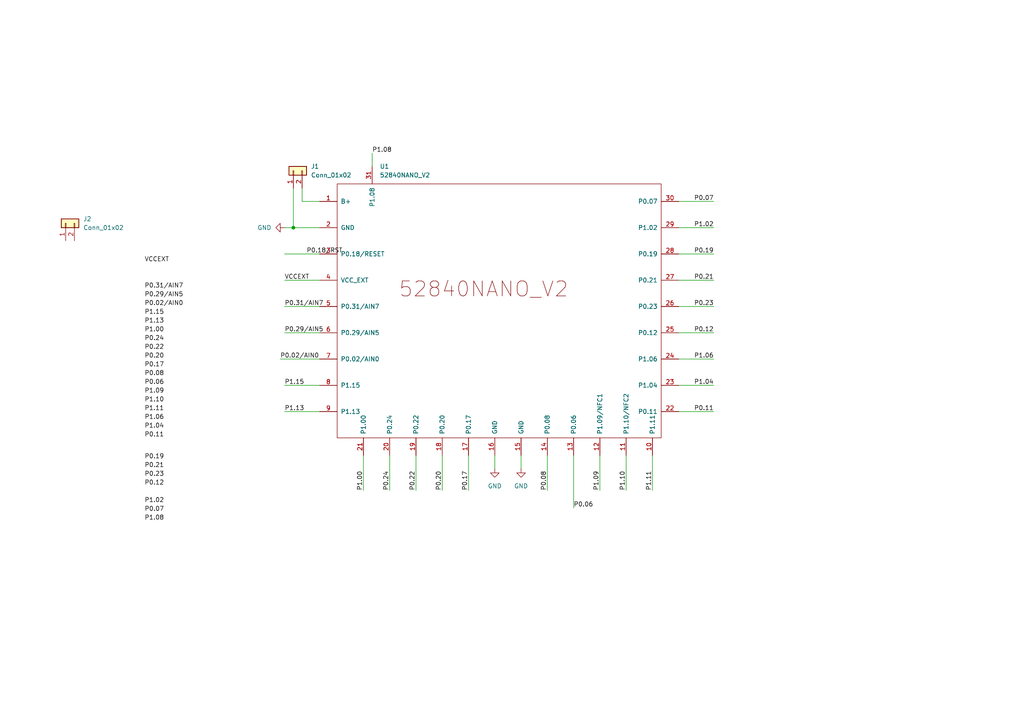
<source format=kicad_sch>
(kicad_sch (version 20230121) (generator eeschema)
  (paper "A4")
  (lib_symbols
    (symbol "Connector_Generic:Conn_01x02" (pin_names (offset 1.016) hide)
      (property "Reference" "J" (at 0 2.54 0))
      (property "Value" "Conn_01x02" (at 0 -5.08 0))
      (symbol "Conn_01x02_1_1"
        (rectangle (start -1.27 -2.413) (end 0 -2.667) (stroke (width 0.1524)))
        (rectangle (start -1.27 0.127) (end 0 -0.127) (stroke (width 0.1524)))
        (rectangle (start -1.27 1.27) (end 1.27 -3.81) (stroke (width 0.254)) (fill (type background)))
        (pin passive line (at -5.08 0 0) (length 3.81) (name "Pin_1") (number "1"))
        (pin passive line (at -5.08 -2.54 0) (length 3.81) (name "Pin_2") (number "2"))
      )
    )
    (symbol "kicad_lceda:52840NANO_V2" (pin_names (offset 1.016))
      (property "Reference" "U" (at 0 74.168 0))
      (property "Value" "52840NANO_V2" (at 0 79.248 0))
      (symbol "52840NANO_V2_1_1"
        (rectangle (start -25.4 66.04) (end 68.58 -7.62) (stroke (width 0.1524)))
        (text "52840NANO_V2" (at -7.62 35.56 0) (effects (font (size 4.3434 4.3434)) (justify left)))
        (pin input line (at -30.48 60.96 0) (length 5.08) (name "B+") (number "1"))
        (pin input line (at 66.04 -12.7 90) (length 5.08) (name "P1.11") (number "10"))
        (pin input line (at 58.42 -12.7 90) (length 5.08) (name "P1.10/NFC2") (number "11"))
        (pin input line (at 50.8 -12.7 90) (length 5.08) (name "P1.09/NFC1") (number "12"))
        (pin input line (at 43.18 -12.7 90) (length 5.08) (name "P0.06") (number "13"))
        (pin input line (at 35.56 -12.7 90) (length 5.08) (name "P0.08") (number "14"))
        (pin input line (at 27.94 -12.7 90) (length 5.08) (name "GND") (number "15"))
        (pin input line (at 20.32 -12.7 90) (length 5.08) (name "GND") (number "16"))
        (pin input line (at 12.7 -12.7 90) (length 5.08) (name "P0.17") (number "17"))
        (pin input line (at 5.08 -12.7 90) (length 5.08) (name "P0.20") (number "18"))
        (pin input line (at -2.54 -12.7 90) (length 5.08) (name "P0.22") (number "19"))
        (pin input line (at -30.48 53.34 0) (length 5.08) (name "GND") (number "2"))
        (pin input line (at -10.16 -12.7 90) (length 5.08) (name "P0.24") (number "20"))
        (pin input line (at -17.78 -12.7 90) (length 5.08) (name "P1.00") (number "21"))
        (pin input line (at 73.66 0 180) (length 5.08) (name "P0.11") (number "22"))
        (pin input line (at 73.66 7.62 180) (length 5.08) (name "P1.04") (number "23"))
        (pin input line (at 73.66 15.24 180) (length 5.08) (name "P1.06") (number "24"))
        (pin input line (at 73.66 22.86 180) (length 5.08) (name "P0.12") (number "25"))
        (pin input line (at 73.66 30.48 180) (length 5.08) (name "P0.23") (number "26"))
        (pin input line (at 73.66 38.1 180) (length 5.08) (name "P0.21") (number "27"))
        (pin input line (at 73.66 45.72 180) (length 5.08) (name "P0.19") (number "28"))
        (pin input line (at 73.66 53.34 180) (length 5.08) (name "P1.02") (number "29"))
        (pin input line (at -30.48 45.72 0) (length 5.08) (name "P0.18/RESET") (number "3"))
        (pin input line (at 73.66 60.96 180) (length 5.08) (name "P0.07") (number "30"))
        (pin input line (at -15.24 71.12 270) (length 5.08) (name "P1.08") (number "31"))
        (pin input line (at -30.48 38.1 0) (length 5.08) (name "VCC_EXT") (number "4"))
        (pin input line (at -30.48 30.48 0) (length 5.08) (name "P0.31/AIN7") (number "5"))
        (pin input line (at -30.48 22.86 0) (length 5.08) (name "P0.29/AIN5") (number "6"))
        (pin input line (at -30.48 15.24 0) (length 5.08) (name "P0.02/AIN0") (number "7"))
        (pin input line (at -30.48 7.62 0) (length 5.08) (name "P1.15") (number "8"))
        (pin input line (at -30.48 0 0) (length 5.08) (name "P1.13") (number "9"))
      )
    )
    (symbol "power:GND" (power) (pin_names (offset 0))
      (property "Value" "GND" (at 0 -3.81 0))
      (symbol "GND_0_1"
        (polyline (pts (xy 0 0) (xy 0 -1.27) (xy 1.27 -1.27) (xy 0 -2.54) (xy -1.27 -1.27) (xy 0 -1.27)))
      )
      (symbol "GND_1_1"
        (pin power_in line (at 0 0 270) (length 0) hide (name "GND") (number "1"))
      )
    )
  )
  (junction (at 85.09 66.04))
  (wire (pts (xy 166.37 147.32) (xy 166.37 132.08)))
  (wire (pts (xy 82.55 88.9) (xy 92.71 88.9)))
  (wire (pts (xy 82.55 119.38) (xy 92.71 119.38)))
  (wire (pts (xy 207.01 88.9) (xy 196.85 88.9)))
  (wire (pts (xy 207.01 111.76) (xy 196.85 111.76)))
  (wire (pts (xy 87.63 58.42) (xy 92.71 58.42)))
  (wire (pts (xy 85.09 54.61) (xy 85.09 66.04)))
  (wire (pts (xy 120.65 142.24) (xy 120.65 132.08)))
  (wire (pts (xy 207.01 66.04) (xy 196.85 66.04)))
  (wire (pts (xy 135.89 142.24) (xy 135.89 132.08)))
  (wire (pts (xy 207.01 104.14) (xy 196.85 104.14)))
  (wire (pts (xy 81.28 104.14) (xy 92.71 104.14)))
  (wire (pts (xy 207.01 58.42) (xy 196.85 58.42)))
  (wire (pts (xy 207.01 73.66) (xy 196.85 73.66)))
  (wire (pts (xy 128.27 142.24) (xy 128.27 132.08)))
  (wire (pts (xy 87.63 54.61) (xy 87.63 58.42)))
  (wire (pts (xy 82.55 81.28) (xy 92.71 81.28)))
  (wire (pts (xy 105.41 142.24) (xy 105.41 132.08)))
  (wire (pts (xy 82.55 111.76) (xy 92.71 111.76)))
  (wire (pts (xy 82.55 96.52) (xy 92.71 96.52)))
  (wire (pts (xy 207.01 81.28) (xy 196.85 81.28)))
  (wire (pts (xy 173.99 142.24) (xy 173.99 132.08)))
  (wire (pts (xy 189.23 142.24) (xy 189.23 132.08)))
  (wire (pts (xy 82.55 73.66) (xy 92.71 73.66)))
  (wire (pts (xy 207.01 119.38) (xy 196.85 119.38)))
  (wire (pts (xy 181.61 142.24) (xy 181.61 132.08)))
  (wire (pts (xy 143.51 135.89) (xy 143.51 132.08)))
  (wire (pts (xy 207.01 96.52) (xy 196.85 96.52)))
  (wire (pts (xy 158.75 142.24) (xy 158.75 132.08)))
  (wire (pts (xy 151.13 135.89) (xy 151.13 132.08)))
  (wire (pts (xy 85.09 66.04) (xy 92.71 66.04)))
  (wire (pts (xy 113.03 142.24) (xy 113.03 132.08)))
  (wire (pts (xy 107.95 44.45) (xy 107.95 48.26)))
  (wire (pts (xy 82.55 66.04) (xy 85.09 66.04)))
  (text "const uint32_t g_ADigitalPinMap[] =\n{\n  // D0 .. D13\n  25,  // D0  is P0.25 (UART TX)\n  24,  // D1  is P0.24 (UART RX \n  10,  // D2  is P0.10 (NFC2)\n  47,  // D3  is P1.15 (LED1)\n  42,  // D4  is P1.10 (LED2)\n  40,  // D5  is P1.08\n   7,  // D6  is P0.07\n  34,  // D7  is P1.02 (Button)\n  16,  // D8  is P0.16 (NeoPixel)\n  26,  // D9  is P0.26\n  27,  // D10 is P0.27\n   6,  // D11 is P0.06\n   8,  // D12 is P0.08\n  41,  // D13 is P1.09\n\n  // D14 .. D21 (aka A0 .. A7)\n   4,  // D14 is P0.04 (A0)\n   5,  // D15 is P0.05 (A1)\n  30,  // D16 is P0.30 (A2)\n  28,  // D17 is P0.28 (A3)\n   2,  // D18 is P0.02 (A4)\n   3,  // D19 is P0.03 (A5)\n  29,  // D20 is P0.29 (A6, Battery)\n  31,  // D21 is P0.31 (A7, ARef)\n\n  // D22 .. D23 (aka I2C pins)\n  12,  // D22 is P0.12 (SDA)\n  11,  // D23 is P0.11 (SCL)\n\n  // D24 .. D26 (aka SPI pins)\n  15,  // D24 is P0.15 (SPI MISO)\n  13,  // D25 is P0.13 (SPI MOSI)\n  14,  // D26 is P0.14 (SPI SCK )\n\n  // QSPI pins (not exposed via any header / test point)\n  19,  // D27 is P0.19 (QSPI CLK)\n  20,  // D28 is P0.20 (QSPI CS)\n  17,  // D29 is P0.17 (QSPI Data 0)\n  22,  // D30 is P0.22 (QSPI Data 1)\n  23,  // D31 is P0.23 (QSPI Data 2)\n  21,  // D32 is P0.21 (QSPI Data 3) " (at -60.96 161.29 0) (effects (font (size 1.27 1.27)) (justify left bottom)))
  (label "P0.21" (at 41.91 135.89 0))
  (label "P0.21" (at 207.01 81.28 180))
  (label "P0.02{slash}AIN0" (at 81.28 104.14 0))
  (label "P1.09" (at 173.99 142.24 90))
  (label "P1.11" (at 41.91 119.38 0))
  (label "P1.02" (at 41.91 146.05 0))
  (label "P1.04" (at 207.01 111.76 180))
  (label "P1.00" (at 105.41 142.24 90))
  (label "P1.13" (at 41.91 93.98 0))
  (label "P0.23" (at 41.91 138.43 0))
  (label "P1.15" (at 82.55 111.76 0))
  (label "P1.13" (at 82.55 119.38 0))
  (label "P0.23" (at 207.01 88.9 180))
  (label "P1.08" (at 107.95 44.45 0))
  (label "P0.08" (at 158.75 142.24 90))
  (label "P0.17" (at 135.89 142.24 90))
  (label "P0.29{slash}AIN5" (at 41.91 86.36 0))
  (label "P0.20" (at 128.27 142.24 90))
  (label "P0.02{slash}AIN0" (at 41.91 88.9 0))
  (label "P0.24" (at 113.03 142.24 90))
  (label "P1.04" (at 41.91 124.46 0))
  (label "P0.19" (at 41.91 133.35 0))
  (label "P0.24" (at 41.91 99.06 0))
  (label "P1.00" (at 41.91 96.52 0))
  (label "VCCEXT" (at 41.91 76.2 0))
  (label "P0.07" (at 41.91 148.59 0))
  (label "P1.09" (at 41.91 114.3 0))
  (label "P0.12" (at 41.91 140.97 0))
  (label "VCCEXT" (at 82.55 81.28 0))
  (label "P0.08" (at 41.91 109.22 0))
  (label "P0.11" (at 41.91 127 0))
  (label "P0.18{slash}RST" (at 88.9 73.66 0))
  (label "P1.11" (at 189.23 142.24 90))
  (label "P0.17" (at 41.91 106.68 0))
  (label "P0.31{slash}AIN7" (at 41.91 83.82 0))
  (label "P0.31{slash}AIN7" (at 82.55 88.9 0))
  (label "P1.15" (at 41.91 91.44 0))
  (label "P1.08" (at 41.91 151.13 0))
  (label "P0.22" (at 120.65 142.24 90))
  (label "P0.06" (at 166.37 147.32 0))
  (label "P1.02" (at 207.01 66.04 180))
  (label "P1.06" (at 207.01 104.14 180))
  (label "P0.12" (at 207.01 96.52 180))
  (label "P0.22" (at 41.91 101.6 0))
  (label "P0.20" (at 41.91 104.14 0))
  (label "P1.06" (at 41.91 121.92 0))
  (label "P1.10" (at 41.91 116.84 0))
  (label "P0.29{slash}AIN5" (at 82.55 96.52 0))
  (label "P0.07" (at 207.01 58.42 180))
  (label "P0.11" (at 207.01 119.38 180))
  (label "P0.19" (at 207.01 73.66 180))
  (label "P0.06" (at 41.91 111.76 0))
  (label "P1.10" (at 181.61 142.24 90))
  (symbol (lib_id "Connector_Generic:Conn_01x02") (at 19.05 64.77 90) (unit 1)
    (property "Reference" "J2" (at 24.13 63.5 90) (effects (justify right)))
    (property "Value" "Conn_01x02" (at 24.13 66.04 90) (effects (justify right)))
    (property "Footprint" "Connector_JST:JST_XH_B2B-XH-A_1x02_P2.50mm_Vertical" (effects hide))
  )
  (symbol (lib_id "power:GND") (at 151.13 135.89 0) (unit 1)
    (property "Reference" "#PWR03" (effects hide))
    (property "Value" "GND" (at 151.13 140.97 0))
  )
  (symbol (lib_id "power:GND") (at 143.51 135.89 0) (unit 1)
    (property "Reference" "#PWR02" (effects hide))
    (property "Value" "GND" (at 143.51 140.97 0))
  )
  (symbol (lib_id "Connector_Generic:Conn_01x02") (at 85.09 49.53 90) (unit 1)
    (property "Reference" "J1" (at 90.17 48.26 90) (effects (justify right)))
    (property "Value" "Conn_01x02" (at 90.17 50.8 90) (effects (justify right)))
    (property "Footprint" "Connector_JST:JST_XH_B2B-XH-A_1x02_P2.50mm_Vertical" (effects hide))
  )
  (symbol (lib_id "kicad_lceda:52840NANO_V2") (at 123.19 119.38 0) (unit 1)
    (property "Reference" "U1" (at 110.1441 48.26 0) (effects (justify left)))
    (property "Value" "52840NANO_V2" (at 110.1441 50.8 0) (effects (justify left)))
    (property "Footprint" "kicad_lceda:52840NANO_V2" (effects hide))
    (property "uuid" "std:f6e094e107e5423d9b598ff1a024e159" (effects hide))
  )
  (symbol (lib_id "power:GND") (at 82.55 66.04 270) (unit 1)
    (property "Reference" "#PWR01" (effects hide))
    (property "Value" "GND" (at 78.74 66.04 90) (effects (justify right)))
  )
)
</source>
